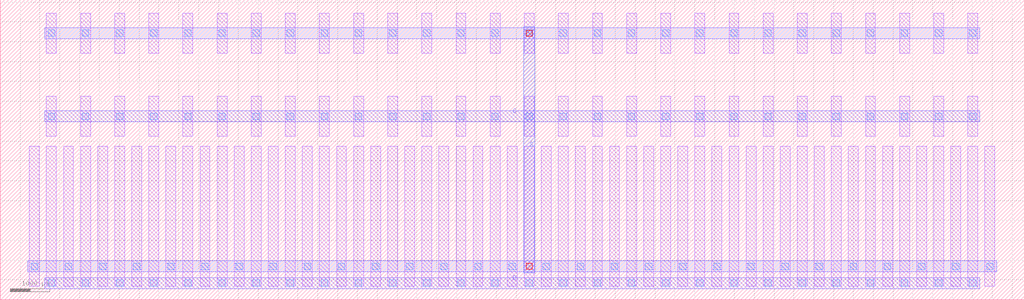
<source format=lef>
MACRO NMOS_S_17321006_X28_Y1
  UNITS 
    DATABASE MICRONS UNITS 1000;
  END UNITS 
  ORIGIN 0 0 ;
  FOREIGN NMOS_S_17321006_X28_Y1 0 0 ;
  SIZE 25800 BY 7560 ;
  PIN D
    DIRECTION INOUT ;
    USE SIGNAL ;
    PORT
      LAYER M2 ;
        RECT 1120 280 24680 560 ;
    END
  END D
  PIN G
    DIRECTION INOUT ;
    USE SIGNAL ;
    PORT
      LAYER M2 ;
        RECT 1120 4480 24680 4760 ;
    END
  END G
  PIN S
    DIRECTION INOUT ;
    USE SIGNAL ;
    PORT
      LAYER M3 ;
        RECT 13190 680 13470 6880 ;
    END
  END S
  OBS
    LAYER M1 ;
      RECT 1165 335 1415 3865 ;
    LAYER M1 ;
      RECT 1165 4115 1415 5125 ;
    LAYER M1 ;
      RECT 1165 6215 1415 7225 ;
    LAYER M1 ;
      RECT 735 335 985 3865 ;
    LAYER M1 ;
      RECT 1595 335 1845 3865 ;
    LAYER M1 ;
      RECT 2025 335 2275 3865 ;
    LAYER M1 ;
      RECT 2025 4115 2275 5125 ;
    LAYER M1 ;
      RECT 2025 6215 2275 7225 ;
    LAYER M1 ;
      RECT 2455 335 2705 3865 ;
    LAYER M1 ;
      RECT 2885 335 3135 3865 ;
    LAYER M1 ;
      RECT 2885 4115 3135 5125 ;
    LAYER M1 ;
      RECT 2885 6215 3135 7225 ;
    LAYER M1 ;
      RECT 3315 335 3565 3865 ;
    LAYER M1 ;
      RECT 3745 335 3995 3865 ;
    LAYER M1 ;
      RECT 3745 4115 3995 5125 ;
    LAYER M1 ;
      RECT 3745 6215 3995 7225 ;
    LAYER M1 ;
      RECT 4175 335 4425 3865 ;
    LAYER M1 ;
      RECT 4605 335 4855 3865 ;
    LAYER M1 ;
      RECT 4605 4115 4855 5125 ;
    LAYER M1 ;
      RECT 4605 6215 4855 7225 ;
    LAYER M1 ;
      RECT 5035 335 5285 3865 ;
    LAYER M1 ;
      RECT 5465 335 5715 3865 ;
    LAYER M1 ;
      RECT 5465 4115 5715 5125 ;
    LAYER M1 ;
      RECT 5465 6215 5715 7225 ;
    LAYER M1 ;
      RECT 5895 335 6145 3865 ;
    LAYER M1 ;
      RECT 6325 335 6575 3865 ;
    LAYER M1 ;
      RECT 6325 4115 6575 5125 ;
    LAYER M1 ;
      RECT 6325 6215 6575 7225 ;
    LAYER M1 ;
      RECT 6755 335 7005 3865 ;
    LAYER M1 ;
      RECT 7185 335 7435 3865 ;
    LAYER M1 ;
      RECT 7185 4115 7435 5125 ;
    LAYER M1 ;
      RECT 7185 6215 7435 7225 ;
    LAYER M1 ;
      RECT 7615 335 7865 3865 ;
    LAYER M1 ;
      RECT 8045 335 8295 3865 ;
    LAYER M1 ;
      RECT 8045 4115 8295 5125 ;
    LAYER M1 ;
      RECT 8045 6215 8295 7225 ;
    LAYER M1 ;
      RECT 8475 335 8725 3865 ;
    LAYER M1 ;
      RECT 8905 335 9155 3865 ;
    LAYER M1 ;
      RECT 8905 4115 9155 5125 ;
    LAYER M1 ;
      RECT 8905 6215 9155 7225 ;
    LAYER M1 ;
      RECT 9335 335 9585 3865 ;
    LAYER M1 ;
      RECT 9765 335 10015 3865 ;
    LAYER M1 ;
      RECT 9765 4115 10015 5125 ;
    LAYER M1 ;
      RECT 9765 6215 10015 7225 ;
    LAYER M1 ;
      RECT 10195 335 10445 3865 ;
    LAYER M1 ;
      RECT 10625 335 10875 3865 ;
    LAYER M1 ;
      RECT 10625 4115 10875 5125 ;
    LAYER M1 ;
      RECT 10625 6215 10875 7225 ;
    LAYER M1 ;
      RECT 11055 335 11305 3865 ;
    LAYER M1 ;
      RECT 11485 335 11735 3865 ;
    LAYER M1 ;
      RECT 11485 4115 11735 5125 ;
    LAYER M1 ;
      RECT 11485 6215 11735 7225 ;
    LAYER M1 ;
      RECT 11915 335 12165 3865 ;
    LAYER M1 ;
      RECT 12345 335 12595 3865 ;
    LAYER M1 ;
      RECT 12345 4115 12595 5125 ;
    LAYER M1 ;
      RECT 12345 6215 12595 7225 ;
    LAYER M1 ;
      RECT 12775 335 13025 3865 ;
    LAYER M1 ;
      RECT 13205 335 13455 3865 ;
    LAYER M1 ;
      RECT 13205 4115 13455 5125 ;
    LAYER M1 ;
      RECT 13205 6215 13455 7225 ;
    LAYER M1 ;
      RECT 13635 335 13885 3865 ;
    LAYER M1 ;
      RECT 14065 335 14315 3865 ;
    LAYER M1 ;
      RECT 14065 4115 14315 5125 ;
    LAYER M1 ;
      RECT 14065 6215 14315 7225 ;
    LAYER M1 ;
      RECT 14495 335 14745 3865 ;
    LAYER M1 ;
      RECT 14925 335 15175 3865 ;
    LAYER M1 ;
      RECT 14925 4115 15175 5125 ;
    LAYER M1 ;
      RECT 14925 6215 15175 7225 ;
    LAYER M1 ;
      RECT 15355 335 15605 3865 ;
    LAYER M1 ;
      RECT 15785 335 16035 3865 ;
    LAYER M1 ;
      RECT 15785 4115 16035 5125 ;
    LAYER M1 ;
      RECT 15785 6215 16035 7225 ;
    LAYER M1 ;
      RECT 16215 335 16465 3865 ;
    LAYER M1 ;
      RECT 16645 335 16895 3865 ;
    LAYER M1 ;
      RECT 16645 4115 16895 5125 ;
    LAYER M1 ;
      RECT 16645 6215 16895 7225 ;
    LAYER M1 ;
      RECT 17075 335 17325 3865 ;
    LAYER M1 ;
      RECT 17505 335 17755 3865 ;
    LAYER M1 ;
      RECT 17505 4115 17755 5125 ;
    LAYER M1 ;
      RECT 17505 6215 17755 7225 ;
    LAYER M1 ;
      RECT 17935 335 18185 3865 ;
    LAYER M1 ;
      RECT 18365 335 18615 3865 ;
    LAYER M1 ;
      RECT 18365 4115 18615 5125 ;
    LAYER M1 ;
      RECT 18365 6215 18615 7225 ;
    LAYER M1 ;
      RECT 18795 335 19045 3865 ;
    LAYER M1 ;
      RECT 19225 335 19475 3865 ;
    LAYER M1 ;
      RECT 19225 4115 19475 5125 ;
    LAYER M1 ;
      RECT 19225 6215 19475 7225 ;
    LAYER M1 ;
      RECT 19655 335 19905 3865 ;
    LAYER M1 ;
      RECT 20085 335 20335 3865 ;
    LAYER M1 ;
      RECT 20085 4115 20335 5125 ;
    LAYER M1 ;
      RECT 20085 6215 20335 7225 ;
    LAYER M1 ;
      RECT 20515 335 20765 3865 ;
    LAYER M1 ;
      RECT 20945 335 21195 3865 ;
    LAYER M1 ;
      RECT 20945 4115 21195 5125 ;
    LAYER M1 ;
      RECT 20945 6215 21195 7225 ;
    LAYER M1 ;
      RECT 21375 335 21625 3865 ;
    LAYER M1 ;
      RECT 21805 335 22055 3865 ;
    LAYER M1 ;
      RECT 21805 4115 22055 5125 ;
    LAYER M1 ;
      RECT 21805 6215 22055 7225 ;
    LAYER M1 ;
      RECT 22235 335 22485 3865 ;
    LAYER M1 ;
      RECT 22665 335 22915 3865 ;
    LAYER M1 ;
      RECT 22665 4115 22915 5125 ;
    LAYER M1 ;
      RECT 22665 6215 22915 7225 ;
    LAYER M1 ;
      RECT 23095 335 23345 3865 ;
    LAYER M1 ;
      RECT 23525 335 23775 3865 ;
    LAYER M1 ;
      RECT 23525 4115 23775 5125 ;
    LAYER M1 ;
      RECT 23525 6215 23775 7225 ;
    LAYER M1 ;
      RECT 23955 335 24205 3865 ;
    LAYER M1 ;
      RECT 24385 335 24635 3865 ;
    LAYER M1 ;
      RECT 24385 4115 24635 5125 ;
    LAYER M1 ;
      RECT 24385 6215 24635 7225 ;
    LAYER M1 ;
      RECT 24815 335 25065 3865 ;
    LAYER M2 ;
      RECT 1120 6580 24680 6860 ;
    LAYER M2 ;
      RECT 690 700 25110 980 ;
    LAYER V1 ;
      RECT 1205 335 1375 505 ;
    LAYER V1 ;
      RECT 1205 4535 1375 4705 ;
    LAYER V1 ;
      RECT 1205 6635 1375 6805 ;
    LAYER V1 ;
      RECT 2065 335 2235 505 ;
    LAYER V1 ;
      RECT 2065 4535 2235 4705 ;
    LAYER V1 ;
      RECT 2065 6635 2235 6805 ;
    LAYER V1 ;
      RECT 2925 335 3095 505 ;
    LAYER V1 ;
      RECT 2925 4535 3095 4705 ;
    LAYER V1 ;
      RECT 2925 6635 3095 6805 ;
    LAYER V1 ;
      RECT 3785 335 3955 505 ;
    LAYER V1 ;
      RECT 3785 4535 3955 4705 ;
    LAYER V1 ;
      RECT 3785 6635 3955 6805 ;
    LAYER V1 ;
      RECT 4645 335 4815 505 ;
    LAYER V1 ;
      RECT 4645 4535 4815 4705 ;
    LAYER V1 ;
      RECT 4645 6635 4815 6805 ;
    LAYER V1 ;
      RECT 5505 335 5675 505 ;
    LAYER V1 ;
      RECT 5505 4535 5675 4705 ;
    LAYER V1 ;
      RECT 5505 6635 5675 6805 ;
    LAYER V1 ;
      RECT 6365 335 6535 505 ;
    LAYER V1 ;
      RECT 6365 4535 6535 4705 ;
    LAYER V1 ;
      RECT 6365 6635 6535 6805 ;
    LAYER V1 ;
      RECT 7225 335 7395 505 ;
    LAYER V1 ;
      RECT 7225 4535 7395 4705 ;
    LAYER V1 ;
      RECT 7225 6635 7395 6805 ;
    LAYER V1 ;
      RECT 8085 335 8255 505 ;
    LAYER V1 ;
      RECT 8085 4535 8255 4705 ;
    LAYER V1 ;
      RECT 8085 6635 8255 6805 ;
    LAYER V1 ;
      RECT 8945 335 9115 505 ;
    LAYER V1 ;
      RECT 8945 4535 9115 4705 ;
    LAYER V1 ;
      RECT 8945 6635 9115 6805 ;
    LAYER V1 ;
      RECT 9805 335 9975 505 ;
    LAYER V1 ;
      RECT 9805 4535 9975 4705 ;
    LAYER V1 ;
      RECT 9805 6635 9975 6805 ;
    LAYER V1 ;
      RECT 10665 335 10835 505 ;
    LAYER V1 ;
      RECT 10665 4535 10835 4705 ;
    LAYER V1 ;
      RECT 10665 6635 10835 6805 ;
    LAYER V1 ;
      RECT 11525 335 11695 505 ;
    LAYER V1 ;
      RECT 11525 4535 11695 4705 ;
    LAYER V1 ;
      RECT 11525 6635 11695 6805 ;
    LAYER V1 ;
      RECT 12385 335 12555 505 ;
    LAYER V1 ;
      RECT 12385 4535 12555 4705 ;
    LAYER V1 ;
      RECT 12385 6635 12555 6805 ;
    LAYER V1 ;
      RECT 13245 335 13415 505 ;
    LAYER V1 ;
      RECT 13245 4535 13415 4705 ;
    LAYER V1 ;
      RECT 13245 6635 13415 6805 ;
    LAYER V1 ;
      RECT 14105 335 14275 505 ;
    LAYER V1 ;
      RECT 14105 4535 14275 4705 ;
    LAYER V1 ;
      RECT 14105 6635 14275 6805 ;
    LAYER V1 ;
      RECT 14965 335 15135 505 ;
    LAYER V1 ;
      RECT 14965 4535 15135 4705 ;
    LAYER V1 ;
      RECT 14965 6635 15135 6805 ;
    LAYER V1 ;
      RECT 15825 335 15995 505 ;
    LAYER V1 ;
      RECT 15825 4535 15995 4705 ;
    LAYER V1 ;
      RECT 15825 6635 15995 6805 ;
    LAYER V1 ;
      RECT 16685 335 16855 505 ;
    LAYER V1 ;
      RECT 16685 4535 16855 4705 ;
    LAYER V1 ;
      RECT 16685 6635 16855 6805 ;
    LAYER V1 ;
      RECT 17545 335 17715 505 ;
    LAYER V1 ;
      RECT 17545 4535 17715 4705 ;
    LAYER V1 ;
      RECT 17545 6635 17715 6805 ;
    LAYER V1 ;
      RECT 18405 335 18575 505 ;
    LAYER V1 ;
      RECT 18405 4535 18575 4705 ;
    LAYER V1 ;
      RECT 18405 6635 18575 6805 ;
    LAYER V1 ;
      RECT 19265 335 19435 505 ;
    LAYER V1 ;
      RECT 19265 4535 19435 4705 ;
    LAYER V1 ;
      RECT 19265 6635 19435 6805 ;
    LAYER V1 ;
      RECT 20125 335 20295 505 ;
    LAYER V1 ;
      RECT 20125 4535 20295 4705 ;
    LAYER V1 ;
      RECT 20125 6635 20295 6805 ;
    LAYER V1 ;
      RECT 20985 335 21155 505 ;
    LAYER V1 ;
      RECT 20985 4535 21155 4705 ;
    LAYER V1 ;
      RECT 20985 6635 21155 6805 ;
    LAYER V1 ;
      RECT 21845 335 22015 505 ;
    LAYER V1 ;
      RECT 21845 4535 22015 4705 ;
    LAYER V1 ;
      RECT 21845 6635 22015 6805 ;
    LAYER V1 ;
      RECT 22705 335 22875 505 ;
    LAYER V1 ;
      RECT 22705 4535 22875 4705 ;
    LAYER V1 ;
      RECT 22705 6635 22875 6805 ;
    LAYER V1 ;
      RECT 23565 335 23735 505 ;
    LAYER V1 ;
      RECT 23565 4535 23735 4705 ;
    LAYER V1 ;
      RECT 23565 6635 23735 6805 ;
    LAYER V1 ;
      RECT 24425 335 24595 505 ;
    LAYER V1 ;
      RECT 24425 4535 24595 4705 ;
    LAYER V1 ;
      RECT 24425 6635 24595 6805 ;
    LAYER V1 ;
      RECT 775 755 945 925 ;
    LAYER V1 ;
      RECT 1635 755 1805 925 ;
    LAYER V1 ;
      RECT 2495 755 2665 925 ;
    LAYER V1 ;
      RECT 3355 755 3525 925 ;
    LAYER V1 ;
      RECT 4215 755 4385 925 ;
    LAYER V1 ;
      RECT 5075 755 5245 925 ;
    LAYER V1 ;
      RECT 5935 755 6105 925 ;
    LAYER V1 ;
      RECT 6795 755 6965 925 ;
    LAYER V1 ;
      RECT 7655 755 7825 925 ;
    LAYER V1 ;
      RECT 8515 755 8685 925 ;
    LAYER V1 ;
      RECT 9375 755 9545 925 ;
    LAYER V1 ;
      RECT 10235 755 10405 925 ;
    LAYER V1 ;
      RECT 11095 755 11265 925 ;
    LAYER V1 ;
      RECT 11955 755 12125 925 ;
    LAYER V1 ;
      RECT 12815 755 12985 925 ;
    LAYER V1 ;
      RECT 13675 755 13845 925 ;
    LAYER V1 ;
      RECT 14535 755 14705 925 ;
    LAYER V1 ;
      RECT 15395 755 15565 925 ;
    LAYER V1 ;
      RECT 16255 755 16425 925 ;
    LAYER V1 ;
      RECT 17115 755 17285 925 ;
    LAYER V1 ;
      RECT 17975 755 18145 925 ;
    LAYER V1 ;
      RECT 18835 755 19005 925 ;
    LAYER V1 ;
      RECT 19695 755 19865 925 ;
    LAYER V1 ;
      RECT 20555 755 20725 925 ;
    LAYER V1 ;
      RECT 21415 755 21585 925 ;
    LAYER V1 ;
      RECT 22275 755 22445 925 ;
    LAYER V1 ;
      RECT 23135 755 23305 925 ;
    LAYER V1 ;
      RECT 23995 755 24165 925 ;
    LAYER V1 ;
      RECT 24855 755 25025 925 ;
    LAYER V2 ;
      RECT 13255 765 13405 915 ;
    LAYER V2 ;
      RECT 13255 6645 13405 6795 ;
  END
END NMOS_S_17321006_X28_Y1

</source>
